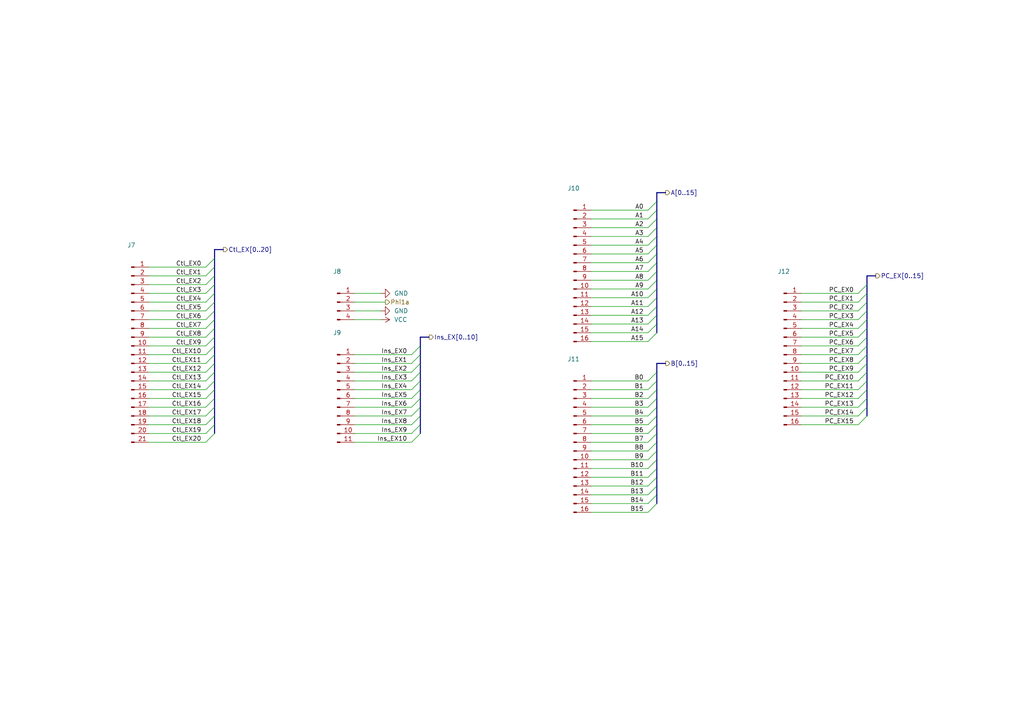
<source format=kicad_sch>
(kicad_sch (version 20211123) (generator eeschema)
  (paper "A4")
  (title_block (title "Turtle16: EX Module Inputs") (date "2022-04-12") (rev "A"))
  (lib_symbols
    (symbol "Connector:Conn_01x04_Male" (pin_names (offset 1.016) hide)
      (property "Reference" "J" (at 0 5.08 0))
      (property "Value" "Conn_01x04_Male" (at 0 -7.62 0))
      (symbol "Conn_01x04_Male_1_1"
        (polyline (pts (xy 1.27 -5.08) (xy 0.8636 -5.08)) (stroke (width 0.1524)))
        (polyline (pts (xy 1.27 -2.54) (xy 0.8636 -2.54)) (stroke (width 0.1524)))
        (polyline (pts (xy 1.27 0) (xy 0.8636 0)) (stroke (width 0.1524)))
        (polyline (pts (xy 1.27 2.54) (xy 0.8636 2.54)) (stroke (width 0.1524)))
        (rectangle (start 0.8636 -4.953) (end 0 -5.207) (stroke (width 0.1524)) (fill (type outline)))
        (rectangle (start 0.8636 -2.413) (end 0 -2.667) (stroke (width 0.1524)) (fill (type outline)))
        (rectangle (start 0.8636 0.127) (end 0 -0.127) (stroke (width 0.1524)) (fill (type outline)))
        (rectangle (start 0.8636 2.667) (end 0 2.413) (stroke (width 0.1524)) (fill (type outline)))
        (pin passive line (at 5.08 2.54 180) (length 3.81) (name "Pin_1") (number "1"))
        (pin passive line (at 5.08 0 180) (length 3.81) (name "Pin_2") (number "2"))
        (pin passive line (at 5.08 -2.54 180) (length 3.81) (name "Pin_3") (number "3"))
        (pin passive line (at 5.08 -5.08 180) (length 3.81) (name "Pin_4") (number "4"))
      )
    )
    (symbol "Connector:Conn_01x11_Male" (pin_names (offset 1.016) hide)
      (property "Reference" "J" (at 0 15.24 0))
      (property "Value" "Conn_01x11_Male" (at 0 -15.24 0))
      (symbol "Conn_01x11_Male_1_1"
        (polyline (pts (xy 1.27 -12.7) (xy 0.8636 -12.7)) (stroke (width 0.1524)))
        (polyline (pts (xy 1.27 -10.16) (xy 0.8636 -10.16)) (stroke (width 0.1524)))
        (polyline (pts (xy 1.27 -7.62) (xy 0.8636 -7.62)) (stroke (width 0.1524)))
        (polyline (pts (xy 1.27 -5.08) (xy 0.8636 -5.08)) (stroke (width 0.1524)))
        (polyline (pts (xy 1.27 -2.54) (xy 0.8636 -2.54)) (stroke (width 0.1524)))
        (polyline (pts (xy 1.27 0) (xy 0.8636 0)) (stroke (width 0.1524)))
        (polyline (pts (xy 1.27 2.54) (xy 0.8636 2.54)) (stroke (width 0.1524)))
        (polyline (pts (xy 1.27 5.08) (xy 0.8636 5.08)) (stroke (width 0.1524)))
        (polyline (pts (xy 1.27 7.62) (xy 0.8636 7.62)) (stroke (width 0.1524)))
        (polyline (pts (xy 1.27 10.16) (xy 0.8636 10.16)) (stroke (width 0.1524)))
        (polyline (pts (xy 1.27 12.7) (xy 0.8636 12.7)) (stroke (width 0.1524)))
        (rectangle (start 0.8636 -12.573) (end 0 -12.827) (stroke (width 0.1524)) (fill (type outline)))
        (rectangle (start 0.8636 -10.033) (end 0 -10.287) (stroke (width 0.1524)) (fill (type outline)))
        (rectangle (start 0.8636 -7.493) (end 0 -7.747) (stroke (width 0.1524)) (fill (type outline)))
        (rectangle (start 0.8636 -4.953) (end 0 -5.207) (stroke (width 0.1524)) (fill (type outline)))
        (rectangle (start 0.8636 -2.413) (end 0 -2.667) (stroke (width 0.1524)) (fill (type outline)))
        (rectangle (start 0.8636 0.127) (end 0 -0.127) (stroke (width 0.1524)) (fill (type outline)))
        (rectangle (start 0.8636 2.667) (end 0 2.413) (stroke (width 0.1524)) (fill (type outline)))
        (rectangle (start 0.8636 5.207) (end 0 4.953) (stroke (width 0.1524)) (fill (type outline)))
        (rectangle (start 0.8636 7.747) (end 0 7.493) (stroke (width 0.1524)) (fill (type outline)))
        (rectangle (start 0.8636 10.287) (end 0 10.033) (stroke (width 0.1524)) (fill (type outline)))
        (rectangle (start 0.8636 12.827) (end 0 12.573) (stroke (width 0.1524)) (fill (type outline)))
        (pin passive line (at 5.08 12.7 180) (length 3.81) (name "Pin_1") (number "1"))
        (pin passive line (at 5.08 -10.16 180) (length 3.81) (name "Pin_10") (number "10"))
        (pin passive line (at 5.08 -12.7 180) (length 3.81) (name "Pin_11") (number "11"))
        (pin passive line (at 5.08 10.16 180) (length 3.81) (name "Pin_2") (number "2"))
        (pin passive line (at 5.08 7.62 180) (length 3.81) (name "Pin_3") (number "3"))
        (pin passive line (at 5.08 5.08 180) (length 3.81) (name "Pin_4") (number "4"))
        (pin passive line (at 5.08 2.54 180) (length 3.81) (name "Pin_5") (number "5"))
        (pin passive line (at 5.08 0 180) (length 3.81) (name "Pin_6") (number "6"))
        (pin passive line (at 5.08 -2.54 180) (length 3.81) (name "Pin_7") (number "7"))
        (pin passive line (at 5.08 -5.08 180) (length 3.81) (name "Pin_8") (number "8"))
        (pin passive line (at 5.08 -7.62 180) (length 3.81) (name "Pin_9") (number "9"))
      )
    )
    (symbol "Connector:Conn_01x16_Male" (pin_names (offset 1.016) hide)
      (property "Reference" "J" (at 0 20.32 0))
      (property "Value" "Conn_01x16_Male" (at 0 -22.86 0))
      (symbol "Conn_01x16_Male_1_1"
        (polyline (pts (xy 1.27 -20.32) (xy 0.8636 -20.32)) (stroke (width 0.1524)))
        (polyline (pts (xy 1.27 -17.78) (xy 0.8636 -17.78)) (stroke (width 0.1524)))
        (polyline (pts (xy 1.27 -15.24) (xy 0.8636 -15.24)) (stroke (width 0.1524)))
        (polyline (pts (xy 1.27 -12.7) (xy 0.8636 -12.7)) (stroke (width 0.1524)))
        (polyline (pts (xy 1.27 -10.16) (xy 0.8636 -10.16)) (stroke (width 0.1524)))
        (polyline (pts (xy 1.27 -7.62) (xy 0.8636 -7.62)) (stroke (width 0.1524)))
        (polyline (pts (xy 1.27 -5.08) (xy 0.8636 -5.08)) (stroke (width 0.1524)))
        (polyline (pts (xy 1.27 -2.54) (xy 0.8636 -2.54)) (stroke (width 0.1524)))
        (polyline (pts (xy 1.27 0) (xy 0.8636 0)) (stroke (width 0.1524)))
        (polyline (pts (xy 1.27 2.54) (xy 0.8636 2.54)) (stroke (width 0.1524)))
        (polyline (pts (xy 1.27 5.08) (xy 0.8636 5.08)) (stroke (width 0.1524)))
        (polyline (pts (xy 1.27 7.62) (xy 0.8636 7.62)) (stroke (width 0.1524)))
        (polyline (pts (xy 1.27 10.16) (xy 0.8636 10.16)) (stroke (width 0.1524)))
        (polyline (pts (xy 1.27 12.7) (xy 0.8636 12.7)) (stroke (width 0.1524)))
        (polyline (pts (xy 1.27 15.24) (xy 0.8636 15.24)) (stroke (width 0.1524)))
        (polyline (pts (xy 1.27 17.78) (xy 0.8636 17.78)) (stroke (width 0.1524)))
        (rectangle (start 0.8636 -20.193) (end 0 -20.447) (stroke (width 0.1524)) (fill (type outline)))
        (rectangle (start 0.8636 -17.653) (end 0 -17.907) (stroke (width 0.1524)) (fill (type outline)))
        (rectangle (start 0.8636 -15.113) (end 0 -15.367) (stroke (width 0.1524)) (fill (type outline)))
        (rectangle (start 0.8636 -12.573) (end 0 -12.827) (stroke (width 0.1524)) (fill (type outline)))
        (rectangle (start 0.8636 -10.033) (end 0 -10.287) (stroke (width 0.1524)) (fill (type outline)))
        (rectangle (start 0.8636 -7.493) (end 0 -7.747) (stroke (width 0.1524)) (fill (type outline)))
        (rectangle (start 0.8636 -4.953) (end 0 -5.207) (stroke (width 0.1524)) (fill (type outline)))
        (rectangle (start 0.8636 -2.413) (end 0 -2.667) (stroke (width 0.1524)) (fill (type outline)))
        (rectangle (start 0.8636 0.127) (end 0 -0.127) (stroke (width 0.1524)) (fill (type outline)))
        (rectangle (start 0.8636 2.667) (end 0 2.413) (stroke (width 0.1524)) (fill (type outline)))
        (rectangle (start 0.8636 5.207) (end 0 4.953) (stroke (width 0.1524)) (fill (type outline)))
        (rectangle (start 0.8636 7.747) (end 0 7.493) (stroke (width 0.1524)) (fill (type outline)))
        (rectangle (start 0.8636 10.287) (end 0 10.033) (stroke (width 0.1524)) (fill (type outline)))
        (rectangle (start 0.8636 12.827) (end 0 12.573) (stroke (width 0.1524)) (fill (type outline)))
        (rectangle (start 0.8636 15.367) (end 0 15.113) (stroke (width 0.1524)) (fill (type outline)))
        (rectangle (start 0.8636 17.907) (end 0 17.653) (stroke (width 0.1524)) (fill (type outline)))
        (pin passive line (at 5.08 17.78 180) (length 3.81) (name "Pin_1") (number "1"))
        (pin passive line (at 5.08 -5.08 180) (length 3.81) (name "Pin_10") (number "10"))
        (pin passive line (at 5.08 -7.62 180) (length 3.81) (name "Pin_11") (number "11"))
        (pin passive line (at 5.08 -10.16 180) (length 3.81) (name "Pin_12") (number "12"))
        (pin passive line (at 5.08 -12.7 180) (length 3.81) (name "Pin_13") (number "13"))
        (pin passive line (at 5.08 -15.24 180) (length 3.81) (name "Pin_14") (number "14"))
        (pin passive line (at 5.08 -17.78 180) (length 3.81) (name "Pin_15") (number "15"))
        (pin passive line (at 5.08 -20.32 180) (length 3.81) (name "Pin_16") (number "16"))
        (pin passive line (at 5.08 15.24 180) (length 3.81) (name "Pin_2") (number "2"))
        (pin passive line (at 5.08 12.7 180) (length 3.81) (name "Pin_3") (number "3"))
        (pin passive line (at 5.08 10.16 180) (length 3.81) (name "Pin_4") (number "4"))
        (pin passive line (at 5.08 7.62 180) (length 3.81) (name "Pin_5") (number "5"))
        (pin passive line (at 5.08 5.08 180) (length 3.81) (name "Pin_6") (number "6"))
        (pin passive line (at 5.08 2.54 180) (length 3.81) (name "Pin_7") (number "7"))
        (pin passive line (at 5.08 0 180) (length 3.81) (name "Pin_8") (number "8"))
        (pin passive line (at 5.08 -2.54 180) (length 3.81) (name "Pin_9") (number "9"))
      )
    )
    (symbol "Connector:Conn_01x21_Male" (pin_names (offset 1.016) hide)
      (property "Reference" "J" (at 0 27.94 0))
      (property "Value" "Conn_01x21_Male" (at 0 -27.94 0))
      (symbol "Conn_01x21_Male_1_1"
        (polyline (pts (xy 1.27 -25.4) (xy 0.8636 -25.4)) (stroke (width 0.1524)))
        (polyline (pts (xy 1.27 -22.86) (xy 0.8636 -22.86)) (stroke (width 0.1524)))
        (polyline (pts (xy 1.27 -20.32) (xy 0.8636 -20.32)) (stroke (width 0.1524)))
        (polyline (pts (xy 1.27 -17.78) (xy 0.8636 -17.78)) (stroke (width 0.1524)))
        (polyline (pts (xy 1.27 -15.24) (xy 0.8636 -15.24)) (stroke (width 0.1524)))
        (polyline (pts (xy 1.27 -12.7) (xy 0.8636 -12.7)) (stroke (width 0.1524)))
        (polyline (pts (xy 1.27 -10.16) (xy 0.8636 -10.16)) (stroke (width 0.1524)))
        (polyline (pts (xy 1.27 -7.62) (xy 0.8636 -7.62)) (stroke (width 0.1524)))
        (polyline (pts (xy 1.27 -5.08) (xy 0.8636 -5.08)) (stroke (width 0.1524)))
        (polyline (pts (xy 1.27 -2.54) (xy 0.8636 -2.54)) (stroke (width 0.1524)))
        (polyline (pts (xy 1.27 0) (xy 0.8636 0)) (stroke (width 0.1524)))
        (polyline (pts (xy 1.27 2.54) (xy 0.8636 2.54)) (stroke (width 0.1524)))
        (polyline (pts (xy 1.27 5.08) (xy 0.8636 5.08)) (stroke (width 0.1524)))
        (polyline (pts (xy 1.27 7.62) (xy 0.8636 7.62)) (stroke (width 0.1524)))
        (polyline (pts (xy 1.27 10.16) (xy 0.8636 10.16)) (stroke (width 0.1524)))
        (polyline (pts (xy 1.27 12.7) (xy 0.8636 12.7)) (stroke (width 0.1524)))
        (polyline (pts (xy 1.27 15.24) (xy 0.8636 15.24)) (stroke (width 0.1524)))
        (polyline (pts (xy 1.27 17.78) (xy 0.8636 17.78)) (stroke (width 0.1524)))
        (polyline (pts (xy 1.27 20.32) (xy 0.8636 20.32)) (stroke (width 0.1524)))
        (polyline (pts (xy 1.27 22.86) (xy 0.8636 22.86)) (stroke (width 0.1524)))
        (polyline (pts (xy 1.27 25.4) (xy 0.8636 25.4)) (stroke (width 0.1524)))
        (rectangle (start 0.8636 -25.273) (end 0 -25.527) (stroke (width 0.1524)) (fill (type outline)))
        (rectangle (start 0.8636 -22.733) (end 0 -22.987) (stroke (width 0.1524)) (fill (type outline)))
        (rectangle (start 0.8636 -20.193) (end 0 -20.447) (stroke (width 0.1524)) (fill (type outline)))
        (rectangle (start 0.8636 -17.653) (end 0 -17.907) (stroke (width 0.1524)) (fill (type outline)))
        (rectangle (start 0.8636 -15.113) (end 0 -15.367) (stroke (width 0.1524)) (fill (type outline)))
        (rectangle (start 0.8636 -12.573) (end 0 -12.827) (stroke (width 0.1524)) (fill (type outline)))
        (rectangle (start 0.8636 -10.033) (end 0 -10.287) (stroke (width 0.1524)) (fill (type outline)))
        (rectangle (start 0.8636 -7.493) (end 0 -7.747) (stroke (width 0.1524)) (fill (type outline)))
        (rectangle (start 0.8636 -4.953) (end 0 -5.207) (stroke (width 0.1524)) (fill (type outline)))
        (rectangle (start 0.8636 -2.413) (end 0 -2.667) (stroke (width 0.1524)) (fill (type outline)))
        (rectangle (start 0.8636 0.127) (end 0 -0.127) (stroke (width 0.1524)) (fill (type outline)))
        (rectangle (start 0.8636 2.667) (end 0 2.413) (stroke (width 0.1524)) (fill (type outline)))
        (rectangle (start 0.8636 5.207) (end 0 4.953) (stroke (width 0.1524)) (fill (type outline)))
        (rectangle (start 0.8636 7.747) (end 0 7.493) (stroke (width 0.1524)) (fill (type outline)))
        (rectangle (start 0.8636 10.287) (end 0 10.033) (stroke (width 0.1524)) (fill (type outline)))
        (rectangle (start 0.8636 12.827) (end 0 12.573) (stroke (width 0.1524)) (fill (type outline)))
        (rectangle (start 0.8636 15.367) (end 0 15.113) (stroke (width 0.1524)) (fill (type outline)))
        (rectangle (start 0.8636 17.907) (end 0 17.653) (stroke (width 0.1524)) (fill (type outline)))
        (rectangle (start 0.8636 20.447) (end 0 20.193) (stroke (width 0.1524)) (fill (type outline)))
        (rectangle (start 0.8636 22.987) (end 0 22.733) (stroke (width 0.1524)) (fill (type outline)))
        (rectangle (start 0.8636 25.527) (end 0 25.273) (stroke (width 0.1524)) (fill (type outline)))
        (pin passive line (at 5.08 25.4 180) (length 3.81) (name "Pin_1") (number "1"))
        (pin passive line (at 5.08 2.54 180) (length 3.81) (name "Pin_10") (number "10"))
        (pin passive line (at 5.08 0 180) (length 3.81) (name "Pin_11") (number "11"))
        (pin passive line (at 5.08 -2.54 180) (length 3.81) (name "Pin_12") (number "12"))
        (pin passive line (at 5.08 -5.08 180) (length 3.81) (name "Pin_13") (number "13"))
        (pin passive line (at 5.08 -7.62 180) (length 3.81) (name "Pin_14") (number "14"))
        (pin passive line (at 5.08 -10.16 180) (length 3.81) (name "Pin_15") (number "15"))
        (pin passive line (at 5.08 -12.7 180) (length 3.81) (name "Pin_16") (number "16"))
        (pin passive line (at 5.08 -15.24 180) (length 3.81) (name "Pin_17") (number "17"))
        (pin passive line (at 5.08 -17.78 180) (length 3.81) (name "Pin_18") (number "18"))
        (pin passive line (at 5.08 -20.32 180) (length 3.81) (name "Pin_19") (number "19"))
        (pin passive line (at 5.08 22.86 180) (length 3.81) (name "Pin_2") (number "2"))
        (pin passive line (at 5.08 -22.86 180) (length 3.81) (name "Pin_20") (number "20"))
        (pin passive line (at 5.08 -25.4 180) (length 3.81) (name "Pin_21") (number "21"))
        (pin passive line (at 5.08 20.32 180) (length 3.81) (name "Pin_3") (number "3"))
        (pin passive line (at 5.08 17.78 180) (length 3.81) (name "Pin_4") (number "4"))
        (pin passive line (at 5.08 15.24 180) (length 3.81) (name "Pin_5") (number "5"))
        (pin passive line (at 5.08 12.7 180) (length 3.81) (name "Pin_6") (number "6"))
        (pin passive line (at 5.08 10.16 180) (length 3.81) (name "Pin_7") (number "7"))
        (pin passive line (at 5.08 7.62 180) (length 3.81) (name "Pin_8") (number "8"))
        (pin passive line (at 5.08 5.08 180) (length 3.81) (name "Pin_9") (number "9"))
      )
    )
    (symbol "power:GND" (power) (pin_names (offset 0))
      (property "Value" "GND" (at 0 -3.81 0))
      (symbol "GND_0_1"
        (polyline (pts (xy 0 0) (xy 0 -1.27) (xy 1.27 -1.27) (xy 0 -2.54) (xy -1.27 -1.27) (xy 0 -1.27)))
      )
      (symbol "GND_1_1"
        (pin power_in line (at 0 0 270) (length 0) hide (name "GND") (number "1"))
      )
    )
    (symbol "power:VCC" (power) (pin_names (offset 0))
      (property "Value" "VCC" (at 0 3.81 0))
      (symbol "VCC_0_1"
        (polyline (pts (xy -0.762 1.27) (xy 0 2.54)))
        (polyline (pts (xy 0 0) (xy 0 2.54)))
        (polyline (pts (xy 0 2.54) (xy 0.762 1.27)))
      )
      (symbol "VCC_1_1"
        (pin power_in line (at 0 0 90) (length 0) hide (name "VCC") (number "1"))
      )
    )
  )
  (bus_entry (at 190.5 66.04) (size -2.54 2.54))
  (bus_entry (at 190.5 91.44) (size -2.54 2.54))
  (bus_entry (at 62.23 125.73) (size -2.54 2.54))
  (bus_entry (at 251.46 110.49) (size -2.54 2.54))
  (bus_entry (at 62.23 100.33) (size -2.54 2.54))
  (bus_entry (at 251.46 105.41) (size -2.54 2.54))
  (bus_entry (at 190.5 60.96) (size -2.54 2.54))
  (bus_entry (at 190.5 73.66) (size -2.54 2.54))
  (bus_entry (at 190.5 140.97) (size -2.54 2.54))
  (bus_entry (at 62.23 95.25) (size -2.54 2.54))
  (bus_entry (at 190.5 118.11) (size -2.54 2.54))
  (bus_entry (at 62.23 123.19) (size -2.54 2.54))
  (bus_entry (at 190.5 81.28) (size -2.54 2.54))
  (bus_entry (at 62.23 85.09) (size -2.54 2.54))
  (bus_entry (at 62.23 80.01) (size -2.54 2.54))
  (bus_entry (at 190.5 113.03) (size -2.54 2.54))
  (bus_entry (at 62.23 120.65) (size -2.54 2.54))
  (bus_entry (at 121.92 120.65) (size -2.54 2.54))
  (bus_entry (at 62.23 102.87) (size -2.54 2.54))
  (bus_entry (at 62.23 115.57) (size -2.54 2.54))
  (bus_entry (at 190.5 143.51) (size -2.54 2.54))
  (bus_entry (at 121.92 113.03) (size -2.54 2.54))
  (bus_entry (at 62.23 90.17) (size -2.54 2.54))
  (bus_entry (at 251.46 95.25) (size -2.54 2.54))
  (bus_entry (at 190.5 128.27) (size -2.54 2.54))
  (bus_entry (at 190.5 63.5) (size -2.54 2.54))
  (bus_entry (at 62.23 77.47) (size -2.54 2.54))
  (bus_entry (at 121.92 110.49) (size -2.54 2.54))
  (bus_entry (at 62.23 82.55) (size -2.54 2.54))
  (bus_entry (at 62.23 87.63) (size -2.54 2.54))
  (bus_entry (at 190.5 123.19) (size -2.54 2.54))
  (bus_entry (at 190.5 125.73) (size -2.54 2.54))
  (bus_entry (at 62.23 107.95) (size -2.54 2.54))
  (bus_entry (at 121.92 123.19) (size -2.54 2.54))
  (bus_entry (at 190.5 146.05) (size -2.54 2.54))
  (bus_entry (at 121.92 107.95) (size -2.54 2.54))
  (bus_entry (at 251.46 82.55) (size -2.54 2.54))
  (bus_entry (at 251.46 87.63) (size -2.54 2.54))
  (bus_entry (at 190.5 68.58) (size -2.54 2.54))
  (bus_entry (at 190.5 88.9) (size -2.54 2.54))
  (bus_entry (at 62.23 110.49) (size -2.54 2.54))
  (bus_entry (at 190.5 130.81) (size -2.54 2.54))
  (bus_entry (at 251.46 100.33) (size -2.54 2.54))
  (bus_entry (at 251.46 113.03) (size -2.54 2.54))
  (bus_entry (at 62.23 113.03) (size -2.54 2.54))
  (bus_entry (at 190.5 78.74) (size -2.54 2.54))
  (bus_entry (at 62.23 118.11) (size -2.54 2.54))
  (bus_entry (at 62.23 105.41) (size -2.54 2.54))
  (bus_entry (at 190.5 71.12) (size -2.54 2.54))
  (bus_entry (at 251.46 85.09) (size -2.54 2.54))
  (bus_entry (at 62.23 92.71) (size -2.54 2.54))
  (bus_entry (at 251.46 92.71) (size -2.54 2.54))
  (bus_entry (at 251.46 107.95) (size -2.54 2.54))
  (bus_entry (at 190.5 58.42) (size -2.54 2.54))
  (bus_entry (at 121.92 125.73) (size -2.54 2.54))
  (bus_entry (at 190.5 96.52) (size -2.54 2.54))
  (bus_entry (at 190.5 120.65) (size -2.54 2.54))
  (bus_entry (at 251.46 118.11) (size -2.54 2.54))
  (bus_entry (at 190.5 76.2) (size -2.54 2.54))
  (bus_entry (at 190.5 93.98) (size -2.54 2.54))
  (bus_entry (at 121.92 105.41) (size -2.54 2.54))
  (bus_entry (at 190.5 107.95) (size -2.54 2.54))
  (bus_entry (at 121.92 115.57) (size -2.54 2.54))
  (bus_entry (at 190.5 86.36) (size -2.54 2.54))
  (bus_entry (at 190.5 138.43) (size -2.54 2.54))
  (bus_entry (at 62.23 74.93) (size -2.54 2.54))
  (bus_entry (at 190.5 110.49) (size -2.54 2.54))
  (bus_entry (at 190.5 133.35) (size -2.54 2.54))
  (bus_entry (at 121.92 102.87) (size -2.54 2.54))
  (bus_entry (at 251.46 115.57) (size -2.54 2.54))
  (bus_entry (at 190.5 83.82) (size -2.54 2.54))
  (bus_entry (at 121.92 100.33) (size -2.54 2.54))
  (bus_entry (at 190.5 115.57) (size -2.54 2.54))
  (bus_entry (at 251.46 90.17) (size -2.54 2.54))
  (bus_entry (at 251.46 97.79) (size -2.54 2.54))
  (bus_entry (at 251.46 120.65) (size -2.54 2.54))
  (bus_entry (at 190.5 135.89) (size -2.54 2.54))
  (bus_entry (at 251.46 102.87) (size -2.54 2.54))
  (bus_entry (at 121.92 118.11) (size -2.54 2.54))
  (bus_entry (at 62.23 97.79) (size -2.54 2.54))
  (wire (pts (xy 187.96 140.97) (xy 171.45 140.97)))
  (bus (pts (xy 62.23 77.47) (xy 62.23 80.01)))
  (bus (pts (xy 121.92 100.33) (xy 121.92 102.87)))
  (bus (pts (xy 62.23 123.19) (xy 62.23 125.73)))
  (bus (pts (xy 251.46 90.17) (xy 251.46 92.71)))
  (bus (pts (xy 62.23 105.41) (xy 62.23 107.95)))
  (bus (pts (xy 190.5 93.98) (xy 190.5 96.52)))
  (bus (pts (xy 190.5 105.41) (xy 190.5 107.95)))
  (bus (pts (xy 254 80.01) (xy 251.46 80.01)))
  (wire (pts (xy 59.69 77.47) (xy 43.18 77.47)))
  (wire (pts (xy 187.96 68.58) (xy 171.45 68.58)))
  (bus (pts (xy 62.23 95.25) (xy 62.23 97.79)))
  (bus (pts (xy 190.5 110.49) (xy 190.5 113.03)))
  (wire (pts (xy 59.69 92.71) (xy 43.18 92.71)))
  (bus (pts (xy 190.5 128.27) (xy 190.5 130.81)))
  (bus (pts (xy 62.23 82.55) (xy 62.23 85.09)))
  (wire (pts (xy 187.96 86.36) (xy 171.45 86.36)))
  (bus (pts (xy 64.77 72.39) (xy 62.23 72.39)))
  (bus (pts (xy 121.92 118.11) (xy 121.92 120.65)))
  (bus (pts (xy 62.23 92.71) (xy 62.23 95.25)))
  (wire (pts (xy 119.38 102.87) (xy 102.87 102.87)))
  (wire (pts (xy 119.38 123.19) (xy 102.87 123.19)))
  (wire (pts (xy 248.92 120.65) (xy 232.41 120.65)))
  (bus (pts (xy 190.5 115.57) (xy 190.5 118.11)))
  (wire (pts (xy 187.96 130.81) (xy 171.45 130.81)))
  (wire (pts (xy 187.96 148.59) (xy 171.45 148.59)))
  (wire (pts (xy 187.96 113.03) (xy 171.45 113.03)))
  (wire (pts (xy 59.69 113.03) (xy 43.18 113.03)))
  (wire (pts (xy 248.92 85.09) (xy 232.41 85.09)))
  (bus (pts (xy 190.5 83.82) (xy 190.5 86.36)))
  (bus (pts (xy 190.5 125.73) (xy 190.5 128.27)))
  (bus (pts (xy 121.92 105.41) (xy 121.92 107.95)))
  (wire (pts (xy 59.69 120.65) (xy 43.18 120.65)))
  (bus (pts (xy 121.92 110.49) (xy 121.92 113.03)))
  (bus (pts (xy 62.23 120.65) (xy 62.23 123.19)))
  (bus (pts (xy 190.5 91.44) (xy 190.5 93.98)))
  (wire (pts (xy 187.96 128.27) (xy 171.45 128.27)))
  (wire (pts (xy 119.38 113.03) (xy 102.87 113.03)))
  (bus (pts (xy 62.23 97.79) (xy 62.23 100.33)))
  (bus (pts (xy 190.5 58.42) (xy 190.5 60.96)))
  (bus (pts (xy 251.46 102.87) (xy 251.46 105.41)))
  (wire (pts (xy 59.69 123.19) (xy 43.18 123.19)))
  (wire (pts (xy 102.87 90.17) (xy 110.49 90.17)))
  (bus (pts (xy 62.23 87.63) (xy 62.23 90.17)))
  (wire (pts (xy 59.69 102.87) (xy 43.18 102.87)))
  (bus (pts (xy 190.5 81.28) (xy 190.5 83.82)))
  (bus (pts (xy 251.46 85.09) (xy 251.46 87.63)))
  (bus (pts (xy 121.92 107.95) (xy 121.92 110.49)))
  (bus (pts (xy 62.23 113.03) (xy 62.23 115.57)))
  (wire (pts (xy 59.69 95.25) (xy 43.18 95.25)))
  (bus (pts (xy 121.92 97.79) (xy 121.92 100.33)))
  (wire (pts (xy 119.38 110.49) (xy 102.87 110.49)))
  (wire (pts (xy 248.92 105.41) (xy 232.41 105.41)))
  (wire (pts (xy 187.96 60.96) (xy 171.45 60.96)))
  (wire (pts (xy 248.92 113.03) (xy 232.41 113.03)))
  (wire (pts (xy 187.96 120.65) (xy 171.45 120.65)))
  (wire (pts (xy 248.92 102.87) (xy 232.41 102.87)))
  (wire (pts (xy 187.96 76.2) (xy 171.45 76.2)))
  (bus (pts (xy 190.5 55.88) (xy 190.5 58.42)))
  (wire (pts (xy 187.96 115.57) (xy 171.45 115.57)))
  (bus (pts (xy 190.5 66.04) (xy 190.5 68.58)))
  (bus (pts (xy 251.46 107.95) (xy 251.46 110.49)))
  (bus (pts (xy 190.5 130.81) (xy 190.5 133.35)))
  (bus (pts (xy 62.23 102.87) (xy 62.23 105.41)))
  (bus (pts (xy 190.5 78.74) (xy 190.5 81.28)))
  (bus (pts (xy 62.23 74.93) (xy 62.23 77.47)))
  (bus (pts (xy 190.5 86.36) (xy 190.5 88.9)))
  (bus (pts (xy 62.23 72.39) (xy 62.23 74.93)))
  (wire (pts (xy 102.87 85.09) (xy 110.49 85.09)))
  (bus (pts (xy 251.46 113.03) (xy 251.46 115.57)))
  (wire (pts (xy 187.96 78.74) (xy 171.45 78.74)))
  (bus (pts (xy 121.92 113.03) (xy 121.92 115.57)))
  (wire (pts (xy 59.69 115.57) (xy 43.18 115.57)))
  (bus (pts (xy 190.5 135.89) (xy 190.5 138.43)))
  (wire (pts (xy 187.96 73.66) (xy 171.45 73.66)))
  (bus (pts (xy 190.5 63.5) (xy 190.5 66.04)))
  (wire (pts (xy 187.96 143.51) (xy 171.45 143.51)))
  (wire (pts (xy 187.96 118.11) (xy 171.45 118.11)))
  (bus (pts (xy 62.23 100.33) (xy 62.23 102.87)))
  (wire (pts (xy 248.92 107.95) (xy 232.41 107.95)))
  (bus (pts (xy 251.46 80.01) (xy 251.46 82.55)))
  (wire (pts (xy 248.92 97.79) (xy 232.41 97.79)))
  (bus (pts (xy 251.46 82.55) (xy 251.46 85.09)))
  (wire (pts (xy 248.92 115.57) (xy 232.41 115.57)))
  (wire (pts (xy 119.38 118.11) (xy 102.87 118.11)))
  (wire (pts (xy 187.96 88.9) (xy 171.45 88.9)))
  (bus (pts (xy 251.46 95.25) (xy 251.46 97.79)))
  (bus (pts (xy 190.5 120.65) (xy 190.5 123.19)))
  (bus (pts (xy 190.5 118.11) (xy 190.5 120.65)))
  (wire (pts (xy 187.96 138.43) (xy 171.45 138.43)))
  (bus (pts (xy 190.5 68.58) (xy 190.5 71.12)))
  (bus (pts (xy 62.23 115.57) (xy 62.23 118.11)))
  (wire (pts (xy 119.38 125.73) (xy 102.87 125.73)))
  (wire (pts (xy 187.96 146.05) (xy 171.45 146.05)))
  (wire (pts (xy 187.96 93.98) (xy 171.45 93.98)))
  (wire (pts (xy 187.96 91.44) (xy 171.45 91.44)))
  (wire (pts (xy 248.92 123.19) (xy 232.41 123.19)))
  (wire (pts (xy 102.87 92.71) (xy 110.49 92.71)))
  (bus (pts (xy 62.23 80.01) (xy 62.23 82.55)))
  (wire (pts (xy 119.38 107.95) (xy 102.87 107.95)))
  (bus (pts (xy 190.5 133.35) (xy 190.5 135.89)))
  (bus (pts (xy 190.5 60.96) (xy 190.5 63.5)))
  (wire (pts (xy 187.96 63.5) (xy 171.45 63.5)))
  (bus (pts (xy 190.5 73.66) (xy 190.5 76.2)))
  (bus (pts (xy 62.23 107.95) (xy 62.23 110.49)))
  (bus (pts (xy 121.92 102.87) (xy 121.92 105.41)))
  (wire (pts (xy 119.38 115.57) (xy 102.87 115.57)))
  (wire (pts (xy 248.92 95.25) (xy 232.41 95.25)))
  (bus (pts (xy 190.5 107.95) (xy 190.5 110.49)))
  (wire (pts (xy 59.69 105.41) (xy 43.18 105.41)))
  (bus (pts (xy 251.46 100.33) (xy 251.46 102.87)))
  (wire (pts (xy 187.96 110.49) (xy 171.45 110.49)))
  (bus (pts (xy 190.5 143.51) (xy 190.5 146.05)))
  (wire (pts (xy 187.96 66.04) (xy 171.45 66.04)))
  (wire (pts (xy 248.92 90.17) (xy 232.41 90.17)))
  (bus (pts (xy 193.04 55.88) (xy 190.5 55.88)))
  (bus (pts (xy 121.92 123.19) (xy 121.92 125.73)))
  (wire (pts (xy 119.38 128.27) (xy 102.87 128.27)))
  (bus (pts (xy 251.46 118.11) (xy 251.46 120.65)))
  (bus (pts (xy 190.5 71.12) (xy 190.5 73.66)))
  (bus (pts (xy 62.23 85.09) (xy 62.23 87.63)))
  (wire (pts (xy 59.69 90.17) (xy 43.18 90.17)))
  (wire (pts (xy 248.92 87.63) (xy 232.41 87.63)))
  (bus (pts (xy 190.5 88.9) (xy 190.5 91.44)))
  (bus (pts (xy 193.04 105.41) (xy 190.5 105.41)))
  (wire (pts (xy 187.96 71.12) (xy 171.45 71.12)))
  (bus (pts (xy 121.92 120.65) (xy 121.92 123.19)))
  (wire (pts (xy 187.96 83.82) (xy 171.45 83.82)))
  (wire (pts (xy 59.69 87.63) (xy 43.18 87.63)))
  (bus (pts (xy 251.46 110.49) (xy 251.46 113.03)))
  (wire (pts (xy 248.92 92.71) (xy 232.41 92.71)))
  (wire (pts (xy 59.69 128.27) (xy 43.18 128.27)))
  (bus (pts (xy 190.5 138.43) (xy 190.5 140.97)))
  (wire (pts (xy 119.38 120.65) (xy 102.87 120.65)))
  (wire (pts (xy 187.96 133.35) (xy 171.45 133.35)))
  (wire (pts (xy 187.96 123.19) (xy 171.45 123.19)))
  (bus (pts (xy 121.92 115.57) (xy 121.92 118.11)))
  (wire (pts (xy 59.69 107.95) (xy 43.18 107.95)))
  (wire (pts (xy 59.69 85.09) (xy 43.18 85.09)))
  (wire (pts (xy 187.96 81.28) (xy 171.45 81.28)))
  (wire (pts (xy 59.69 97.79) (xy 43.18 97.79)))
  (wire (pts (xy 59.69 125.73) (xy 43.18 125.73)))
  (wire (pts (xy 187.96 99.06) (xy 171.45 99.06)))
  (bus (pts (xy 124.46 97.79) (xy 121.92 97.79)))
  (wire (pts (xy 59.69 110.49) (xy 43.18 110.49)))
  (bus (pts (xy 190.5 123.19) (xy 190.5 125.73)))
  (wire (pts (xy 187.96 125.73) (xy 171.45 125.73)))
  (wire (pts (xy 102.87 87.63) (xy 111.76 87.63)))
  (wire (pts (xy 119.38 105.41) (xy 102.87 105.41)))
  (wire (pts (xy 59.69 118.11) (xy 43.18 118.11)))
  (bus (pts (xy 190.5 76.2) (xy 190.5 78.74)))
  (bus (pts (xy 251.46 92.71) (xy 251.46 95.25)))
  (bus (pts (xy 190.5 140.97) (xy 190.5 143.51)))
  (bus (pts (xy 251.46 87.63) (xy 251.46 90.17)))
  (bus (pts (xy 251.46 97.79) (xy 251.46 100.33)))
  (wire (pts (xy 187.96 135.89) (xy 171.45 135.89)))
  (bus (pts (xy 251.46 105.41) (xy 251.46 107.95)))
  (wire (pts (xy 248.92 118.11) (xy 232.41 118.11)))
  (bus (pts (xy 62.23 90.17) (xy 62.23 92.71)))
  (bus (pts (xy 251.46 115.57) (xy 251.46 118.11)))
  (wire (pts (xy 248.92 110.49) (xy 232.41 110.49)))
  (wire (pts (xy 248.92 100.33) (xy 232.41 100.33)))
  (bus (pts (xy 62.23 110.49) (xy 62.23 113.03)))
  (bus (pts (xy 190.5 113.03) (xy 190.5 115.57)))
  (wire (pts (xy 59.69 80.01) (xy 43.18 80.01)))
  (wire (pts (xy 59.69 100.33) (xy 43.18 100.33)))
  (wire (pts (xy 59.69 82.55) (xy 43.18 82.55)))
  (bus (pts (xy 62.23 118.11) (xy 62.23 120.65)))
  (wire (pts (xy 187.96 96.52) (xy 171.45 96.52)))
  (label "Ctl_EX2" (at 58.42 82.55 180))
  (label "A6" (at 186.69 76.2 180))
  (label "PC_EX12" (at 247.65 115.57 180))
  (label "PC_EX2" (at 247.65 90.17 180))
  (label "Ctl_EX11" (at 58.42 105.41 180))
  (label "PC_EX11" (at 247.65 113.03 180))
  (label "Ctl_EX17" (at 58.42 120.65 180))
  (label "A11" (at 186.69 88.9 180))
  (label "Ctl_EX1" (at 58.42 80.01 180))
  (label "B7" (at 186.69 128.27 180))
  (label "A10" (at 186.69 86.36 180))
  (label "B11" (at 186.69 138.43 180))
  (label "Ctl_EX14" (at 58.42 113.03 180))
  (label "B4" (at 186.69 120.65 180))
  (label "Ctl_EX6" (at 58.42 92.71 180))
  (label "B2" (at 186.69 115.57 180))
  (label "B0" (at 186.69 110.49 180))
  (label "Ctl_EX20" (at 58.42 128.27 180))
  (label "Ins_EX6" (at 118.11 118.11 180))
  (label "Ins_EX10" (at 118.11 128.27 180))
  (label "A4" (at 186.69 71.12 180))
  (label "A14" (at 186.69 96.52 180))
  (label "PC_EX10" (at 247.65 110.49 180))
  (label "PC_EX7" (at 247.65 102.87 180))
  (label "Ctl_EX15" (at 58.42 115.57 180))
  (label "Ctl_EX7" (at 58.42 95.25 180))
  (label "A3" (at 186.69 68.58 180))
  (label "Ctl_EX4" (at 58.42 87.63 180))
  (label "Ins_EX4" (at 118.11 113.03 180))
  (label "Ctl_EX3" (at 58.42 85.09 180))
  (label "Ins_EX5" (at 118.11 115.57 180))
  (label "B8" (at 186.69 130.81 180))
  (label "B3" (at 186.69 118.11 180))
  (label "A7" (at 186.69 78.74 180))
  (label "A15" (at 186.69 99.06 180))
  (label "Ctl_EX9" (at 58.42 100.33 180))
  (label "B1" (at 186.69 113.03 180))
  (label "PC_EX4" (at 247.65 95.25 180))
  (label "PC_EX0" (at 247.65 85.09 180))
  (label "PC_EX14" (at 247.65 120.65 180))
  (label "A9" (at 186.69 83.82 180))
  (label "Ins_EX8" (at 118.11 123.19 180))
  (label "Ctl_EX0" (at 58.42 77.47 180))
  (label "Ins_EX3" (at 118.11 110.49 180))
  (label "PC_EX13" (at 247.65 118.11 180))
  (label "Ctl_EX19" (at 58.42 125.73 180))
  (label "B14" (at 186.69 146.05 180))
  (label "Ins_EX9" (at 118.11 125.73 180))
  (label "Ctl_EX12" (at 58.42 107.95 180))
  (label "B10" (at 186.69 135.89 180))
  (label "Ins_EX0" (at 118.11 102.87 180))
  (label "A13" (at 186.69 93.98 180))
  (label "PC_EX8" (at 247.65 105.41 180))
  (label "A12" (at 186.69 91.44 180))
  (label "Ctl_EX13" (at 58.42 110.49 180))
  (label "PC_EX5" (at 247.65 97.79 180))
  (label "Ins_EX1" (at 118.11 105.41 180))
  (label "PC_EX9" (at 247.65 107.95 180))
  (label "PC_EX15" (at 247.65 123.19 180))
  (label "B9" (at 186.69 133.35 180))
  (label "PC_EX3" (at 247.65 92.71 180))
  (label "B5" (at 186.69 123.19 180))
  (label "A8" (at 186.69 81.28 180))
  (label "B15" (at 186.69 148.59 180))
  (label "A2" (at 186.69 66.04 180))
  (label "Ctl_EX5" (at 58.42 90.17 180))
  (label "Ctl_EX18" (at 58.42 123.19 180))
  (label "A0" (at 186.69 60.96 180))
  (label "Ins_EX2" (at 118.11 107.95 180))
  (label "PC_EX6" (at 247.65 100.33 180))
  (label "Ctl_EX10" (at 58.42 102.87 180))
  (label "PC_EX1" (at 247.65 87.63 180))
  (label "B6" (at 186.69 125.73 180))
  (label "A1" (at 186.69 63.5 180))
  (label "B13" (at 186.69 143.51 180))
  (label "Ctl_EX16" (at 58.42 118.11 180))
  (label "B12" (at 186.69 140.97 180))
  (label "Ctl_EX8" (at 58.42 97.79 180))
  (label "A5" (at 186.69 73.66 180))
  (label "Ins_EX7" (at 118.11 120.65 180))
  (hierarchical_label "Ins_EX[0..10]" (shape output) (at 124.46 97.79 0))
  (hierarchical_label "Ctl_EX[0..20]" (shape output) (at 64.77 72.39 0))
  (hierarchical_label "A[0..15]" (shape output) (at 193.04 55.88 0))
  (hierarchical_label "B[0..15]" (shape output) (at 193.04 105.41 0))
  (hierarchical_label "Phi1a" (shape output) (at 111.76 87.63 0))
  (hierarchical_label "PC_EX[0..15]" (shape output) (at 254 80.01 0))
  (symbol (lib_id "Connector:Conn_01x16_Male") (at 166.37 128.27 0) (unit 1)
    (property "Reference" "J11" (at 166.37 104.14 0))
    (property "Footprint" "Connector_PinHeader_2.54mm:PinHeader_1x16_P2.54mm_Vertical" (effects hide))
  )
  (symbol (lib_id "Connector:Conn_01x16_Male") (at 227.33 102.87 0) (unit 1)
    (property "Reference" "J12" (at 227.33 78.74 0))
    (property "Footprint" "Connector_PinHeader_2.54mm:PinHeader_1x16_P2.54mm_Vertical" (effects hide))
  )
  (symbol (lib_id "Connector:Conn_01x04_Male") (at 97.79 87.63 0) (unit 1)
    (property "Reference" "J8" (at 97.79 78.74 0))
  )
  (symbol (lib_id "power:VCC") (at 110.49 92.71 270) (unit 1)
    (property "Reference" "#PWR09" (effects hide))
  )
  (symbol (lib_id "Connector:Conn_01x16_Male") (at 166.37 78.74 0) (unit 1)
    (property "Reference" "J10" (at 166.37 54.61 0))
    (property "Footprint" "Connector_PinHeader_2.54mm:PinHeader_1x16_P2.54mm_Vertical" (effects hide))
  )
  (symbol (lib_id "Connector:Conn_01x11_Male") (at 97.79 115.57 0) (unit 1)
    (property "Reference" "J9" (at 97.79 96.52 0))
  )
  (symbol (lib_id "Connector:Conn_01x21_Male") (at 38.1 102.87 0) (unit 1)
    (property "Reference" "J7" (at 38.1 71.12 0))
  )
  (symbol (lib_id "power:GND") (at 110.49 90.17 90) (unit 1)
    (property "Reference" "#PWR08" (effects hide))
    (property "Value" "GND" (at 114.3 90.1699 90) (effects (justify right)))
  )
  (symbol (lib_id "power:GND") (at 110.49 85.09 90) (unit 1)
    (property "Reference" "#PWR07" (effects hide))
  )
)
</source>
